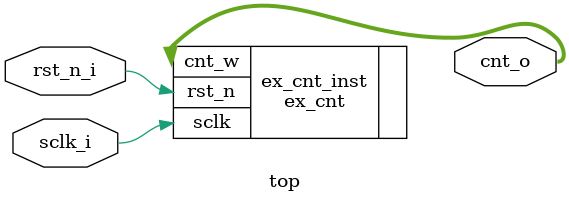
<source format=v>
module top(
	input wire	sclk_i,
	input wire	rst_n_i,
	output	wire [7:0]	cnt_o
);

ex_cnt ex_cnt_inst(
	.sclk		(sclk_i),
	.rst_n	(rst_n_i),
	.cnt_w	(cnt_o)
);
endmodule

</source>
